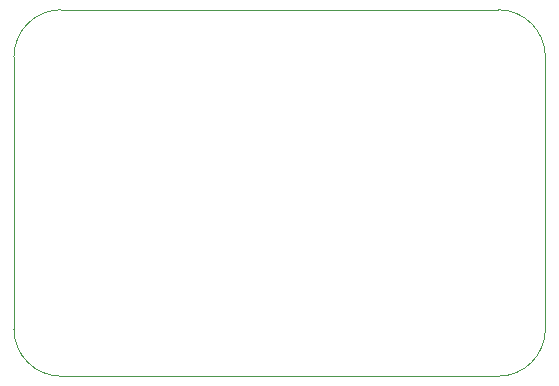
<source format=gbr>
G04 (created by PCBNEW (2013-07-07 BZR 4022)-stable) date 11/2/2014 12:28:19 PM*
%MOIN*%
G04 Gerber Fmt 3.4, Leading zero omitted, Abs format*
%FSLAX34Y34*%
G01*
G70*
G90*
G04 APERTURE LIST*
%ADD10C,0.00590551*%
%ADD11C,0.00393701*%
G04 APERTURE END LIST*
G54D10*
G54D11*
X17716Y-10629D02*
X17716Y-1574D01*
X0Y-1574D02*
X0Y-10629D01*
X1574Y-12216D02*
X16141Y-12216D01*
X16141Y0D02*
X1574Y0D01*
X0Y-10641D02*
G75*
G03X1574Y-12216I1574J0D01*
G74*
G01*
X16141Y-12216D02*
G75*
G03X17716Y-10641I0J1574D01*
G74*
G01*
X17716Y-1574D02*
G75*
G03X16141Y0I-1574J0D01*
G74*
G01*
X1574Y0D02*
G75*
G03X0Y-1574I0J-1574D01*
G74*
G01*
M02*

</source>
